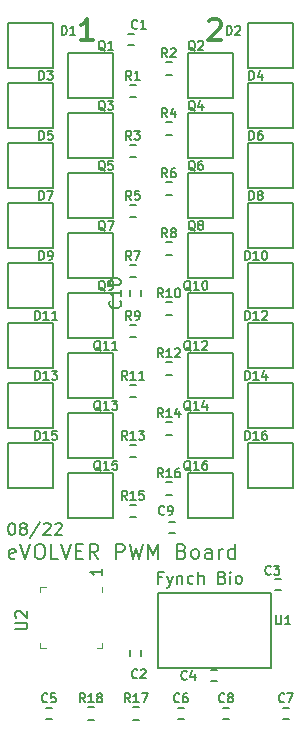
<source format=gbr>
%TF.GenerationSoftware,KiCad,Pcbnew,(6.0.7-1)-1*%
%TF.CreationDate,2022-09-01T15:03:24-04:00*%
%TF.ProjectId,eVolver_pwm,65566f6c-7665-4725-9f70-776d2e6b6963,rev?*%
%TF.SameCoordinates,Original*%
%TF.FileFunction,Legend,Top*%
%TF.FilePolarity,Positive*%
%FSLAX46Y46*%
G04 Gerber Fmt 4.6, Leading zero omitted, Abs format (unit mm)*
G04 Created by KiCad (PCBNEW (6.0.7-1)-1) date 2022-09-01 15:03:24*
%MOMM*%
%LPD*%
G01*
G04 APERTURE LIST*
%ADD10C,0.190500*%
%ADD11C,0.300000*%
%ADD12C,0.203200*%
%ADD13C,0.127000*%
%ADD14C,0.150000*%
%ADD15C,0.120000*%
G04 APERTURE END LIST*
D10*
X158356753Y-114061119D02*
X158453515Y-114061119D01*
X158550277Y-114109500D01*
X158598658Y-114157880D01*
X158647039Y-114254642D01*
X158695420Y-114448166D01*
X158695420Y-114690071D01*
X158647039Y-114883595D01*
X158598658Y-114980357D01*
X158550277Y-115028738D01*
X158453515Y-115077119D01*
X158356753Y-115077119D01*
X158259991Y-115028738D01*
X158211610Y-114980357D01*
X158163229Y-114883595D01*
X158114848Y-114690071D01*
X158114848Y-114448166D01*
X158163229Y-114254642D01*
X158211610Y-114157880D01*
X158259991Y-114109500D01*
X158356753Y-114061119D01*
X159275991Y-114496547D02*
X159179229Y-114448166D01*
X159130848Y-114399785D01*
X159082467Y-114303023D01*
X159082467Y-114254642D01*
X159130848Y-114157880D01*
X159179229Y-114109500D01*
X159275991Y-114061119D01*
X159469515Y-114061119D01*
X159566277Y-114109500D01*
X159614658Y-114157880D01*
X159663039Y-114254642D01*
X159663039Y-114303023D01*
X159614658Y-114399785D01*
X159566277Y-114448166D01*
X159469515Y-114496547D01*
X159275991Y-114496547D01*
X159179229Y-114544928D01*
X159130848Y-114593309D01*
X159082467Y-114690071D01*
X159082467Y-114883595D01*
X159130848Y-114980357D01*
X159179229Y-115028738D01*
X159275991Y-115077119D01*
X159469515Y-115077119D01*
X159566277Y-115028738D01*
X159614658Y-114980357D01*
X159663039Y-114883595D01*
X159663039Y-114690071D01*
X159614658Y-114593309D01*
X159566277Y-114544928D01*
X159469515Y-114496547D01*
X160824182Y-114012738D02*
X159953325Y-115319023D01*
X161114467Y-114157880D02*
X161162848Y-114109500D01*
X161259610Y-114061119D01*
X161501515Y-114061119D01*
X161598277Y-114109500D01*
X161646658Y-114157880D01*
X161695039Y-114254642D01*
X161695039Y-114351404D01*
X161646658Y-114496547D01*
X161066086Y-115077119D01*
X161695039Y-115077119D01*
X162082086Y-114157880D02*
X162130467Y-114109500D01*
X162227229Y-114061119D01*
X162469134Y-114061119D01*
X162565896Y-114109500D01*
X162614277Y-114157880D01*
X162662658Y-114254642D01*
X162662658Y-114351404D01*
X162614277Y-114496547D01*
X162033705Y-115077119D01*
X162662658Y-115077119D01*
D11*
X165290500Y-73194333D02*
X164274500Y-73194333D01*
X164782500Y-73194333D02*
X164782500Y-71416333D01*
X164613166Y-71670333D01*
X164443833Y-71839666D01*
X164274500Y-71924333D01*
D12*
X158715770Y-117036547D02*
X158594818Y-117097023D01*
X158352913Y-117097023D01*
X158231960Y-117036547D01*
X158171484Y-116915595D01*
X158171484Y-116431785D01*
X158231960Y-116310833D01*
X158352913Y-116250357D01*
X158594818Y-116250357D01*
X158715770Y-116310833D01*
X158776246Y-116431785D01*
X158776246Y-116552738D01*
X158171484Y-116673690D01*
X159139103Y-115827023D02*
X159562437Y-117097023D01*
X159985770Y-115827023D01*
X160651008Y-115827023D02*
X160892913Y-115827023D01*
X161013865Y-115887500D01*
X161134818Y-116008452D01*
X161195294Y-116250357D01*
X161195294Y-116673690D01*
X161134818Y-116915595D01*
X161013865Y-117036547D01*
X160892913Y-117097023D01*
X160651008Y-117097023D01*
X160530056Y-117036547D01*
X160409103Y-116915595D01*
X160348627Y-116673690D01*
X160348627Y-116250357D01*
X160409103Y-116008452D01*
X160530056Y-115887500D01*
X160651008Y-115827023D01*
X162344341Y-117097023D02*
X161739580Y-117097023D01*
X161739580Y-115827023D01*
X162586246Y-115827023D02*
X163009580Y-117097023D01*
X163432913Y-115827023D01*
X163856246Y-116431785D02*
X164279580Y-116431785D01*
X164461008Y-117097023D02*
X163856246Y-117097023D01*
X163856246Y-115827023D01*
X164461008Y-115827023D01*
X165731008Y-117097023D02*
X165307675Y-116492261D01*
X165005294Y-117097023D02*
X165005294Y-115827023D01*
X165489103Y-115827023D01*
X165610056Y-115887500D01*
X165670532Y-115947976D01*
X165731008Y-116068928D01*
X165731008Y-116250357D01*
X165670532Y-116371309D01*
X165610056Y-116431785D01*
X165489103Y-116492261D01*
X165005294Y-116492261D01*
X167242913Y-117097023D02*
X167242913Y-115827023D01*
X167726722Y-115827023D01*
X167847675Y-115887500D01*
X167908151Y-115947976D01*
X167968627Y-116068928D01*
X167968627Y-116250357D01*
X167908151Y-116371309D01*
X167847675Y-116431785D01*
X167726722Y-116492261D01*
X167242913Y-116492261D01*
X168391960Y-115827023D02*
X168694341Y-117097023D01*
X168936246Y-116189880D01*
X169178151Y-117097023D01*
X169480532Y-115827023D01*
X169964341Y-117097023D02*
X169964341Y-115827023D01*
X170387675Y-116734166D01*
X170811008Y-115827023D01*
X170811008Y-117097023D01*
X172806722Y-116431785D02*
X172988151Y-116492261D01*
X173048627Y-116552738D01*
X173109103Y-116673690D01*
X173109103Y-116855119D01*
X173048627Y-116976071D01*
X172988151Y-117036547D01*
X172867199Y-117097023D01*
X172383389Y-117097023D01*
X172383389Y-115827023D01*
X172806722Y-115827023D01*
X172927675Y-115887500D01*
X172988151Y-115947976D01*
X173048627Y-116068928D01*
X173048627Y-116189880D01*
X172988151Y-116310833D01*
X172927675Y-116371309D01*
X172806722Y-116431785D01*
X172383389Y-116431785D01*
X173834818Y-117097023D02*
X173713865Y-117036547D01*
X173653389Y-116976071D01*
X173592913Y-116855119D01*
X173592913Y-116492261D01*
X173653389Y-116371309D01*
X173713865Y-116310833D01*
X173834818Y-116250357D01*
X174016246Y-116250357D01*
X174137199Y-116310833D01*
X174197675Y-116371309D01*
X174258151Y-116492261D01*
X174258151Y-116855119D01*
X174197675Y-116976071D01*
X174137199Y-117036547D01*
X174016246Y-117097023D01*
X173834818Y-117097023D01*
X175346722Y-117097023D02*
X175346722Y-116431785D01*
X175286246Y-116310833D01*
X175165294Y-116250357D01*
X174923389Y-116250357D01*
X174802437Y-116310833D01*
X175346722Y-117036547D02*
X175225770Y-117097023D01*
X174923389Y-117097023D01*
X174802437Y-117036547D01*
X174741960Y-116915595D01*
X174741960Y-116794642D01*
X174802437Y-116673690D01*
X174923389Y-116613214D01*
X175225770Y-116613214D01*
X175346722Y-116552738D01*
X175951484Y-117097023D02*
X175951484Y-116250357D01*
X175951484Y-116492261D02*
X176011960Y-116371309D01*
X176072437Y-116310833D01*
X176193389Y-116250357D01*
X176314341Y-116250357D01*
X177281960Y-117097023D02*
X177281960Y-115827023D01*
X177281960Y-117036547D02*
X177161008Y-117097023D01*
X176919103Y-117097023D01*
X176798151Y-117036547D01*
X176737675Y-116976071D01*
X176677199Y-116855119D01*
X176677199Y-116492261D01*
X176737675Y-116371309D01*
X176798151Y-116310833D01*
X176919103Y-116250357D01*
X177161008Y-116250357D01*
X177281960Y-116310833D01*
X171114357Y-118672428D02*
X170775690Y-118672428D01*
X170775690Y-119204619D02*
X170775690Y-118188619D01*
X171259500Y-118188619D01*
X171549785Y-118527285D02*
X171791690Y-119204619D01*
X172033595Y-118527285D02*
X171791690Y-119204619D01*
X171694928Y-119446523D01*
X171646547Y-119494904D01*
X171549785Y-119543285D01*
X172420642Y-118527285D02*
X172420642Y-119204619D01*
X172420642Y-118624047D02*
X172469023Y-118575666D01*
X172565785Y-118527285D01*
X172710928Y-118527285D01*
X172807690Y-118575666D01*
X172856071Y-118672428D01*
X172856071Y-119204619D01*
X173775309Y-119156238D02*
X173678547Y-119204619D01*
X173485023Y-119204619D01*
X173388261Y-119156238D01*
X173339880Y-119107857D01*
X173291500Y-119011095D01*
X173291500Y-118720809D01*
X173339880Y-118624047D01*
X173388261Y-118575666D01*
X173485023Y-118527285D01*
X173678547Y-118527285D01*
X173775309Y-118575666D01*
X174210738Y-119204619D02*
X174210738Y-118188619D01*
X174646166Y-119204619D02*
X174646166Y-118672428D01*
X174597785Y-118575666D01*
X174501023Y-118527285D01*
X174355880Y-118527285D01*
X174259119Y-118575666D01*
X174210738Y-118624047D01*
X176242738Y-118672428D02*
X176387880Y-118720809D01*
X176436261Y-118769190D01*
X176484642Y-118865952D01*
X176484642Y-119011095D01*
X176436261Y-119107857D01*
X176387880Y-119156238D01*
X176291119Y-119204619D01*
X175904071Y-119204619D01*
X175904071Y-118188619D01*
X176242738Y-118188619D01*
X176339500Y-118237000D01*
X176387880Y-118285380D01*
X176436261Y-118382142D01*
X176436261Y-118478904D01*
X176387880Y-118575666D01*
X176339500Y-118624047D01*
X176242738Y-118672428D01*
X175904071Y-118672428D01*
X176920071Y-119204619D02*
X176920071Y-118527285D01*
X176920071Y-118188619D02*
X176871690Y-118237000D01*
X176920071Y-118285380D01*
X176968452Y-118237000D01*
X176920071Y-118188619D01*
X176920071Y-118285380D01*
X177549023Y-119204619D02*
X177452261Y-119156238D01*
X177403880Y-119107857D01*
X177355500Y-119011095D01*
X177355500Y-118720809D01*
X177403880Y-118624047D01*
X177452261Y-118575666D01*
X177549023Y-118527285D01*
X177694166Y-118527285D01*
X177790928Y-118575666D01*
X177839309Y-118624047D01*
X177887690Y-118720809D01*
X177887690Y-119011095D01*
X177839309Y-119107857D01*
X177790928Y-119156238D01*
X177694166Y-119204619D01*
X177549023Y-119204619D01*
D11*
X175069500Y-71585666D02*
X175154166Y-71501000D01*
X175323500Y-71416333D01*
X175746833Y-71416333D01*
X175916166Y-71501000D01*
X176000833Y-71585666D01*
X176085500Y-71755000D01*
X176085500Y-71924333D01*
X176000833Y-72178333D01*
X174984833Y-73194333D01*
X176085500Y-73194333D01*
D13*
%TO.C,C1*%
X169037000Y-72154142D02*
X169000714Y-72190428D01*
X168891857Y-72226714D01*
X168819285Y-72226714D01*
X168710428Y-72190428D01*
X168637857Y-72117857D01*
X168601571Y-72045285D01*
X168565285Y-71900142D01*
X168565285Y-71791285D01*
X168601571Y-71646142D01*
X168637857Y-71573571D01*
X168710428Y-71501000D01*
X168819285Y-71464714D01*
X168891857Y-71464714D01*
X169000714Y-71501000D01*
X169037000Y-71537285D01*
X169762714Y-72226714D02*
X169327285Y-72226714D01*
X169545000Y-72226714D02*
X169545000Y-71464714D01*
X169472428Y-71573571D01*
X169399857Y-71646142D01*
X169327285Y-71682428D01*
%TO.C,C2*%
X169037000Y-127145142D02*
X169000714Y-127181428D01*
X168891857Y-127217714D01*
X168819285Y-127217714D01*
X168710428Y-127181428D01*
X168637857Y-127108857D01*
X168601571Y-127036285D01*
X168565285Y-126891142D01*
X168565285Y-126782285D01*
X168601571Y-126637142D01*
X168637857Y-126564571D01*
X168710428Y-126492000D01*
X168819285Y-126455714D01*
X168891857Y-126455714D01*
X169000714Y-126492000D01*
X169037000Y-126528285D01*
X169327285Y-126528285D02*
X169363571Y-126492000D01*
X169436142Y-126455714D01*
X169617571Y-126455714D01*
X169690142Y-126492000D01*
X169726428Y-126528285D01*
X169762714Y-126600857D01*
X169762714Y-126673428D01*
X169726428Y-126782285D01*
X169291000Y-127217714D01*
X169762714Y-127217714D01*
%TO.C,C3*%
X180340000Y-118382142D02*
X180303714Y-118418428D01*
X180194857Y-118454714D01*
X180122285Y-118454714D01*
X180013428Y-118418428D01*
X179940857Y-118345857D01*
X179904571Y-118273285D01*
X179868285Y-118128142D01*
X179868285Y-118019285D01*
X179904571Y-117874142D01*
X179940857Y-117801571D01*
X180013428Y-117729000D01*
X180122285Y-117692714D01*
X180194857Y-117692714D01*
X180303714Y-117729000D01*
X180340000Y-117765285D01*
X180594000Y-117692714D02*
X181065714Y-117692714D01*
X180811714Y-117983000D01*
X180920571Y-117983000D01*
X180993142Y-118019285D01*
X181029428Y-118055571D01*
X181065714Y-118128142D01*
X181065714Y-118309571D01*
X181029428Y-118382142D01*
X180993142Y-118418428D01*
X180920571Y-118454714D01*
X180702857Y-118454714D01*
X180630285Y-118418428D01*
X180594000Y-118382142D01*
%TO.C,C4*%
X173228000Y-127272142D02*
X173191714Y-127308428D01*
X173082857Y-127344714D01*
X173010285Y-127344714D01*
X172901428Y-127308428D01*
X172828857Y-127235857D01*
X172792571Y-127163285D01*
X172756285Y-127018142D01*
X172756285Y-126909285D01*
X172792571Y-126764142D01*
X172828857Y-126691571D01*
X172901428Y-126619000D01*
X173010285Y-126582714D01*
X173082857Y-126582714D01*
X173191714Y-126619000D01*
X173228000Y-126655285D01*
X173881142Y-126836714D02*
X173881142Y-127344714D01*
X173699714Y-126546428D02*
X173518285Y-127090714D01*
X173990000Y-127090714D01*
%TO.C,R1*%
X168529000Y-76544714D02*
X168275000Y-76181857D01*
X168093571Y-76544714D02*
X168093571Y-75782714D01*
X168383857Y-75782714D01*
X168456428Y-75819000D01*
X168492714Y-75855285D01*
X168529000Y-75927857D01*
X168529000Y-76036714D01*
X168492714Y-76109285D01*
X168456428Y-76145571D01*
X168383857Y-76181857D01*
X168093571Y-76181857D01*
X169254714Y-76544714D02*
X168819285Y-76544714D01*
X169037000Y-76544714D02*
X169037000Y-75782714D01*
X168964428Y-75891571D01*
X168891857Y-75964142D01*
X168819285Y-76000428D01*
%TO.C,R2*%
X171577000Y-74639714D02*
X171323000Y-74276857D01*
X171141571Y-74639714D02*
X171141571Y-73877714D01*
X171431857Y-73877714D01*
X171504428Y-73914000D01*
X171540714Y-73950285D01*
X171577000Y-74022857D01*
X171577000Y-74131714D01*
X171540714Y-74204285D01*
X171504428Y-74240571D01*
X171431857Y-74276857D01*
X171141571Y-74276857D01*
X171867285Y-73950285D02*
X171903571Y-73914000D01*
X171976142Y-73877714D01*
X172157571Y-73877714D01*
X172230142Y-73914000D01*
X172266428Y-73950285D01*
X172302714Y-74022857D01*
X172302714Y-74095428D01*
X172266428Y-74204285D01*
X171831000Y-74639714D01*
X172302714Y-74639714D01*
%TO.C,R3*%
X168529000Y-81624714D02*
X168275000Y-81261857D01*
X168093571Y-81624714D02*
X168093571Y-80862714D01*
X168383857Y-80862714D01*
X168456428Y-80899000D01*
X168492714Y-80935285D01*
X168529000Y-81007857D01*
X168529000Y-81116714D01*
X168492714Y-81189285D01*
X168456428Y-81225571D01*
X168383857Y-81261857D01*
X168093571Y-81261857D01*
X168783000Y-80862714D02*
X169254714Y-80862714D01*
X169000714Y-81153000D01*
X169109571Y-81153000D01*
X169182142Y-81189285D01*
X169218428Y-81225571D01*
X169254714Y-81298142D01*
X169254714Y-81479571D01*
X169218428Y-81552142D01*
X169182142Y-81588428D01*
X169109571Y-81624714D01*
X168891857Y-81624714D01*
X168819285Y-81588428D01*
X168783000Y-81552142D01*
%TO.C,R4*%
X171577000Y-79719714D02*
X171323000Y-79356857D01*
X171141571Y-79719714D02*
X171141571Y-78957714D01*
X171431857Y-78957714D01*
X171504428Y-78994000D01*
X171540714Y-79030285D01*
X171577000Y-79102857D01*
X171577000Y-79211714D01*
X171540714Y-79284285D01*
X171504428Y-79320571D01*
X171431857Y-79356857D01*
X171141571Y-79356857D01*
X172230142Y-79211714D02*
X172230142Y-79719714D01*
X172048714Y-78921428D02*
X171867285Y-79465714D01*
X172339000Y-79465714D01*
%TO.C,R5*%
X168529000Y-86704714D02*
X168275000Y-86341857D01*
X168093571Y-86704714D02*
X168093571Y-85942714D01*
X168383857Y-85942714D01*
X168456428Y-85979000D01*
X168492714Y-86015285D01*
X168529000Y-86087857D01*
X168529000Y-86196714D01*
X168492714Y-86269285D01*
X168456428Y-86305571D01*
X168383857Y-86341857D01*
X168093571Y-86341857D01*
X169218428Y-85942714D02*
X168855571Y-85942714D01*
X168819285Y-86305571D01*
X168855571Y-86269285D01*
X168928142Y-86233000D01*
X169109571Y-86233000D01*
X169182142Y-86269285D01*
X169218428Y-86305571D01*
X169254714Y-86378142D01*
X169254714Y-86559571D01*
X169218428Y-86632142D01*
X169182142Y-86668428D01*
X169109571Y-86704714D01*
X168928142Y-86704714D01*
X168855571Y-86668428D01*
X168819285Y-86632142D01*
%TO.C,R6*%
X171577000Y-84799714D02*
X171323000Y-84436857D01*
X171141571Y-84799714D02*
X171141571Y-84037714D01*
X171431857Y-84037714D01*
X171504428Y-84074000D01*
X171540714Y-84110285D01*
X171577000Y-84182857D01*
X171577000Y-84291714D01*
X171540714Y-84364285D01*
X171504428Y-84400571D01*
X171431857Y-84436857D01*
X171141571Y-84436857D01*
X172230142Y-84037714D02*
X172085000Y-84037714D01*
X172012428Y-84074000D01*
X171976142Y-84110285D01*
X171903571Y-84219142D01*
X171867285Y-84364285D01*
X171867285Y-84654571D01*
X171903571Y-84727142D01*
X171939857Y-84763428D01*
X172012428Y-84799714D01*
X172157571Y-84799714D01*
X172230142Y-84763428D01*
X172266428Y-84727142D01*
X172302714Y-84654571D01*
X172302714Y-84473142D01*
X172266428Y-84400571D01*
X172230142Y-84364285D01*
X172157571Y-84328000D01*
X172012428Y-84328000D01*
X171939857Y-84364285D01*
X171903571Y-84400571D01*
X171867285Y-84473142D01*
%TO.C,R7*%
X168529000Y-91784714D02*
X168275000Y-91421857D01*
X168093571Y-91784714D02*
X168093571Y-91022714D01*
X168383857Y-91022714D01*
X168456428Y-91059000D01*
X168492714Y-91095285D01*
X168529000Y-91167857D01*
X168529000Y-91276714D01*
X168492714Y-91349285D01*
X168456428Y-91385571D01*
X168383857Y-91421857D01*
X168093571Y-91421857D01*
X168783000Y-91022714D02*
X169291000Y-91022714D01*
X168964428Y-91784714D01*
%TO.C,R8*%
X171577000Y-89879714D02*
X171323000Y-89516857D01*
X171141571Y-89879714D02*
X171141571Y-89117714D01*
X171431857Y-89117714D01*
X171504428Y-89154000D01*
X171540714Y-89190285D01*
X171577000Y-89262857D01*
X171577000Y-89371714D01*
X171540714Y-89444285D01*
X171504428Y-89480571D01*
X171431857Y-89516857D01*
X171141571Y-89516857D01*
X172012428Y-89444285D02*
X171939857Y-89408000D01*
X171903571Y-89371714D01*
X171867285Y-89299142D01*
X171867285Y-89262857D01*
X171903571Y-89190285D01*
X171939857Y-89154000D01*
X172012428Y-89117714D01*
X172157571Y-89117714D01*
X172230142Y-89154000D01*
X172266428Y-89190285D01*
X172302714Y-89262857D01*
X172302714Y-89299142D01*
X172266428Y-89371714D01*
X172230142Y-89408000D01*
X172157571Y-89444285D01*
X172012428Y-89444285D01*
X171939857Y-89480571D01*
X171903571Y-89516857D01*
X171867285Y-89589428D01*
X171867285Y-89734571D01*
X171903571Y-89807142D01*
X171939857Y-89843428D01*
X172012428Y-89879714D01*
X172157571Y-89879714D01*
X172230142Y-89843428D01*
X172266428Y-89807142D01*
X172302714Y-89734571D01*
X172302714Y-89589428D01*
X172266428Y-89516857D01*
X172230142Y-89480571D01*
X172157571Y-89444285D01*
%TO.C,R9*%
X168529000Y-96864714D02*
X168275000Y-96501857D01*
X168093571Y-96864714D02*
X168093571Y-96102714D01*
X168383857Y-96102714D01*
X168456428Y-96139000D01*
X168492714Y-96175285D01*
X168529000Y-96247857D01*
X168529000Y-96356714D01*
X168492714Y-96429285D01*
X168456428Y-96465571D01*
X168383857Y-96501857D01*
X168093571Y-96501857D01*
X168891857Y-96864714D02*
X169037000Y-96864714D01*
X169109571Y-96828428D01*
X169145857Y-96792142D01*
X169218428Y-96683285D01*
X169254714Y-96538142D01*
X169254714Y-96247857D01*
X169218428Y-96175285D01*
X169182142Y-96139000D01*
X169109571Y-96102714D01*
X168964428Y-96102714D01*
X168891857Y-96139000D01*
X168855571Y-96175285D01*
X168819285Y-96247857D01*
X168819285Y-96429285D01*
X168855571Y-96501857D01*
X168891857Y-96538142D01*
X168964428Y-96574428D01*
X169109571Y-96574428D01*
X169182142Y-96538142D01*
X169218428Y-96501857D01*
X169254714Y-96429285D01*
%TO.C,R10*%
X171214142Y-94959714D02*
X170960142Y-94596857D01*
X170778714Y-94959714D02*
X170778714Y-94197714D01*
X171069000Y-94197714D01*
X171141571Y-94234000D01*
X171177857Y-94270285D01*
X171214142Y-94342857D01*
X171214142Y-94451714D01*
X171177857Y-94524285D01*
X171141571Y-94560571D01*
X171069000Y-94596857D01*
X170778714Y-94596857D01*
X171939857Y-94959714D02*
X171504428Y-94959714D01*
X171722142Y-94959714D02*
X171722142Y-94197714D01*
X171649571Y-94306571D01*
X171577000Y-94379142D01*
X171504428Y-94415428D01*
X172411571Y-94197714D02*
X172484142Y-94197714D01*
X172556714Y-94234000D01*
X172593000Y-94270285D01*
X172629285Y-94342857D01*
X172665571Y-94488000D01*
X172665571Y-94669428D01*
X172629285Y-94814571D01*
X172593000Y-94887142D01*
X172556714Y-94923428D01*
X172484142Y-94959714D01*
X172411571Y-94959714D01*
X172339000Y-94923428D01*
X172302714Y-94887142D01*
X172266428Y-94814571D01*
X172230142Y-94669428D01*
X172230142Y-94488000D01*
X172266428Y-94342857D01*
X172302714Y-94270285D01*
X172339000Y-94234000D01*
X172411571Y-94197714D01*
%TO.C,R11*%
X168166142Y-101944714D02*
X167912142Y-101581857D01*
X167730714Y-101944714D02*
X167730714Y-101182714D01*
X168021000Y-101182714D01*
X168093571Y-101219000D01*
X168129857Y-101255285D01*
X168166142Y-101327857D01*
X168166142Y-101436714D01*
X168129857Y-101509285D01*
X168093571Y-101545571D01*
X168021000Y-101581857D01*
X167730714Y-101581857D01*
X168891857Y-101944714D02*
X168456428Y-101944714D01*
X168674142Y-101944714D02*
X168674142Y-101182714D01*
X168601571Y-101291571D01*
X168529000Y-101364142D01*
X168456428Y-101400428D01*
X169617571Y-101944714D02*
X169182142Y-101944714D01*
X169399857Y-101944714D02*
X169399857Y-101182714D01*
X169327285Y-101291571D01*
X169254714Y-101364142D01*
X169182142Y-101400428D01*
%TO.C,R12*%
X171214142Y-100039714D02*
X170960142Y-99676857D01*
X170778714Y-100039714D02*
X170778714Y-99277714D01*
X171069000Y-99277714D01*
X171141571Y-99314000D01*
X171177857Y-99350285D01*
X171214142Y-99422857D01*
X171214142Y-99531714D01*
X171177857Y-99604285D01*
X171141571Y-99640571D01*
X171069000Y-99676857D01*
X170778714Y-99676857D01*
X171939857Y-100039714D02*
X171504428Y-100039714D01*
X171722142Y-100039714D02*
X171722142Y-99277714D01*
X171649571Y-99386571D01*
X171577000Y-99459142D01*
X171504428Y-99495428D01*
X172230142Y-99350285D02*
X172266428Y-99314000D01*
X172339000Y-99277714D01*
X172520428Y-99277714D01*
X172593000Y-99314000D01*
X172629285Y-99350285D01*
X172665571Y-99422857D01*
X172665571Y-99495428D01*
X172629285Y-99604285D01*
X172193857Y-100039714D01*
X172665571Y-100039714D01*
%TO.C,R13*%
X168166142Y-107024714D02*
X167912142Y-106661857D01*
X167730714Y-107024714D02*
X167730714Y-106262714D01*
X168021000Y-106262714D01*
X168093571Y-106299000D01*
X168129857Y-106335285D01*
X168166142Y-106407857D01*
X168166142Y-106516714D01*
X168129857Y-106589285D01*
X168093571Y-106625571D01*
X168021000Y-106661857D01*
X167730714Y-106661857D01*
X168891857Y-107024714D02*
X168456428Y-107024714D01*
X168674142Y-107024714D02*
X168674142Y-106262714D01*
X168601571Y-106371571D01*
X168529000Y-106444142D01*
X168456428Y-106480428D01*
X169145857Y-106262714D02*
X169617571Y-106262714D01*
X169363571Y-106553000D01*
X169472428Y-106553000D01*
X169545000Y-106589285D01*
X169581285Y-106625571D01*
X169617571Y-106698142D01*
X169617571Y-106879571D01*
X169581285Y-106952142D01*
X169545000Y-106988428D01*
X169472428Y-107024714D01*
X169254714Y-107024714D01*
X169182142Y-106988428D01*
X169145857Y-106952142D01*
%TO.C,R14*%
X171214142Y-105119714D02*
X170960142Y-104756857D01*
X170778714Y-105119714D02*
X170778714Y-104357714D01*
X171069000Y-104357714D01*
X171141571Y-104394000D01*
X171177857Y-104430285D01*
X171214142Y-104502857D01*
X171214142Y-104611714D01*
X171177857Y-104684285D01*
X171141571Y-104720571D01*
X171069000Y-104756857D01*
X170778714Y-104756857D01*
X171939857Y-105119714D02*
X171504428Y-105119714D01*
X171722142Y-105119714D02*
X171722142Y-104357714D01*
X171649571Y-104466571D01*
X171577000Y-104539142D01*
X171504428Y-104575428D01*
X172593000Y-104611714D02*
X172593000Y-105119714D01*
X172411571Y-104321428D02*
X172230142Y-104865714D01*
X172701857Y-104865714D01*
%TO.C,R15*%
X168166142Y-112104714D02*
X167912142Y-111741857D01*
X167730714Y-112104714D02*
X167730714Y-111342714D01*
X168021000Y-111342714D01*
X168093571Y-111379000D01*
X168129857Y-111415285D01*
X168166142Y-111487857D01*
X168166142Y-111596714D01*
X168129857Y-111669285D01*
X168093571Y-111705571D01*
X168021000Y-111741857D01*
X167730714Y-111741857D01*
X168891857Y-112104714D02*
X168456428Y-112104714D01*
X168674142Y-112104714D02*
X168674142Y-111342714D01*
X168601571Y-111451571D01*
X168529000Y-111524142D01*
X168456428Y-111560428D01*
X169581285Y-111342714D02*
X169218428Y-111342714D01*
X169182142Y-111705571D01*
X169218428Y-111669285D01*
X169291000Y-111633000D01*
X169472428Y-111633000D01*
X169545000Y-111669285D01*
X169581285Y-111705571D01*
X169617571Y-111778142D01*
X169617571Y-111959571D01*
X169581285Y-112032142D01*
X169545000Y-112068428D01*
X169472428Y-112104714D01*
X169291000Y-112104714D01*
X169218428Y-112068428D01*
X169182142Y-112032142D01*
%TO.C,R16*%
X171214142Y-110199714D02*
X170960142Y-109836857D01*
X170778714Y-110199714D02*
X170778714Y-109437714D01*
X171069000Y-109437714D01*
X171141571Y-109474000D01*
X171177857Y-109510285D01*
X171214142Y-109582857D01*
X171214142Y-109691714D01*
X171177857Y-109764285D01*
X171141571Y-109800571D01*
X171069000Y-109836857D01*
X170778714Y-109836857D01*
X171939857Y-110199714D02*
X171504428Y-110199714D01*
X171722142Y-110199714D02*
X171722142Y-109437714D01*
X171649571Y-109546571D01*
X171577000Y-109619142D01*
X171504428Y-109655428D01*
X172593000Y-109437714D02*
X172447857Y-109437714D01*
X172375285Y-109474000D01*
X172339000Y-109510285D01*
X172266428Y-109619142D01*
X172230142Y-109764285D01*
X172230142Y-110054571D01*
X172266428Y-110127142D01*
X172302714Y-110163428D01*
X172375285Y-110199714D01*
X172520428Y-110199714D01*
X172593000Y-110163428D01*
X172629285Y-110127142D01*
X172665571Y-110054571D01*
X172665571Y-109873142D01*
X172629285Y-109800571D01*
X172593000Y-109764285D01*
X172520428Y-109728000D01*
X172375285Y-109728000D01*
X172302714Y-109764285D01*
X172266428Y-109800571D01*
X172230142Y-109873142D01*
%TO.C,R17*%
X168420142Y-129249714D02*
X168166142Y-128886857D01*
X167984714Y-129249714D02*
X167984714Y-128487714D01*
X168275000Y-128487714D01*
X168347571Y-128524000D01*
X168383857Y-128560285D01*
X168420142Y-128632857D01*
X168420142Y-128741714D01*
X168383857Y-128814285D01*
X168347571Y-128850571D01*
X168275000Y-128886857D01*
X167984714Y-128886857D01*
X169145857Y-129249714D02*
X168710428Y-129249714D01*
X168928142Y-129249714D02*
X168928142Y-128487714D01*
X168855571Y-128596571D01*
X168783000Y-128669142D01*
X168710428Y-128705428D01*
X169399857Y-128487714D02*
X169907857Y-128487714D01*
X169581285Y-129249714D01*
%TO.C,U1*%
X180775428Y-121883714D02*
X180775428Y-122500571D01*
X180811714Y-122573142D01*
X180848000Y-122609428D01*
X180920571Y-122645714D01*
X181065714Y-122645714D01*
X181138285Y-122609428D01*
X181174571Y-122573142D01*
X181210857Y-122500571D01*
X181210857Y-121883714D01*
X181972857Y-122645714D02*
X181537428Y-122645714D01*
X181755142Y-122645714D02*
X181755142Y-121883714D01*
X181682571Y-121992571D01*
X181610000Y-122065142D01*
X181537428Y-122101428D01*
%TO.C,D1*%
X162632571Y-72734714D02*
X162632571Y-71972714D01*
X162814000Y-71972714D01*
X162922857Y-72009000D01*
X162995428Y-72081571D01*
X163031714Y-72154142D01*
X163068000Y-72299285D01*
X163068000Y-72408142D01*
X163031714Y-72553285D01*
X162995428Y-72625857D01*
X162922857Y-72698428D01*
X162814000Y-72734714D01*
X162632571Y-72734714D01*
X163793714Y-72734714D02*
X163358285Y-72734714D01*
X163576000Y-72734714D02*
X163576000Y-71972714D01*
X163503428Y-72081571D01*
X163430857Y-72154142D01*
X163358285Y-72190428D01*
%TO.C,D2*%
X176602571Y-72734714D02*
X176602571Y-71972714D01*
X176784000Y-71972714D01*
X176892857Y-72009000D01*
X176965428Y-72081571D01*
X177001714Y-72154142D01*
X177038000Y-72299285D01*
X177038000Y-72408142D01*
X177001714Y-72553285D01*
X176965428Y-72625857D01*
X176892857Y-72698428D01*
X176784000Y-72734714D01*
X176602571Y-72734714D01*
X177328285Y-72045285D02*
X177364571Y-72009000D01*
X177437142Y-71972714D01*
X177618571Y-71972714D01*
X177691142Y-72009000D01*
X177727428Y-72045285D01*
X177763714Y-72117857D01*
X177763714Y-72190428D01*
X177727428Y-72299285D01*
X177292000Y-72734714D01*
X177763714Y-72734714D01*
%TO.C,D3*%
X160727571Y-76544714D02*
X160727571Y-75782714D01*
X160909000Y-75782714D01*
X161017857Y-75819000D01*
X161090428Y-75891571D01*
X161126714Y-75964142D01*
X161163000Y-76109285D01*
X161163000Y-76218142D01*
X161126714Y-76363285D01*
X161090428Y-76435857D01*
X161017857Y-76508428D01*
X160909000Y-76544714D01*
X160727571Y-76544714D01*
X161417000Y-75782714D02*
X161888714Y-75782714D01*
X161634714Y-76073000D01*
X161743571Y-76073000D01*
X161816142Y-76109285D01*
X161852428Y-76145571D01*
X161888714Y-76218142D01*
X161888714Y-76399571D01*
X161852428Y-76472142D01*
X161816142Y-76508428D01*
X161743571Y-76544714D01*
X161525857Y-76544714D01*
X161453285Y-76508428D01*
X161417000Y-76472142D01*
%TO.C,D5*%
X160727571Y-81624714D02*
X160727571Y-80862714D01*
X160909000Y-80862714D01*
X161017857Y-80899000D01*
X161090428Y-80971571D01*
X161126714Y-81044142D01*
X161163000Y-81189285D01*
X161163000Y-81298142D01*
X161126714Y-81443285D01*
X161090428Y-81515857D01*
X161017857Y-81588428D01*
X160909000Y-81624714D01*
X160727571Y-81624714D01*
X161852428Y-80862714D02*
X161489571Y-80862714D01*
X161453285Y-81225571D01*
X161489571Y-81189285D01*
X161562142Y-81153000D01*
X161743571Y-81153000D01*
X161816142Y-81189285D01*
X161852428Y-81225571D01*
X161888714Y-81298142D01*
X161888714Y-81479571D01*
X161852428Y-81552142D01*
X161816142Y-81588428D01*
X161743571Y-81624714D01*
X161562142Y-81624714D01*
X161489571Y-81588428D01*
X161453285Y-81552142D01*
%TO.C,D6*%
X178507571Y-81624714D02*
X178507571Y-80862714D01*
X178689000Y-80862714D01*
X178797857Y-80899000D01*
X178870428Y-80971571D01*
X178906714Y-81044142D01*
X178943000Y-81189285D01*
X178943000Y-81298142D01*
X178906714Y-81443285D01*
X178870428Y-81515857D01*
X178797857Y-81588428D01*
X178689000Y-81624714D01*
X178507571Y-81624714D01*
X179596142Y-80862714D02*
X179451000Y-80862714D01*
X179378428Y-80899000D01*
X179342142Y-80935285D01*
X179269571Y-81044142D01*
X179233285Y-81189285D01*
X179233285Y-81479571D01*
X179269571Y-81552142D01*
X179305857Y-81588428D01*
X179378428Y-81624714D01*
X179523571Y-81624714D01*
X179596142Y-81588428D01*
X179632428Y-81552142D01*
X179668714Y-81479571D01*
X179668714Y-81298142D01*
X179632428Y-81225571D01*
X179596142Y-81189285D01*
X179523571Y-81153000D01*
X179378428Y-81153000D01*
X179305857Y-81189285D01*
X179269571Y-81225571D01*
X179233285Y-81298142D01*
%TO.C,D7*%
X160727571Y-86704714D02*
X160727571Y-85942714D01*
X160909000Y-85942714D01*
X161017857Y-85979000D01*
X161090428Y-86051571D01*
X161126714Y-86124142D01*
X161163000Y-86269285D01*
X161163000Y-86378142D01*
X161126714Y-86523285D01*
X161090428Y-86595857D01*
X161017857Y-86668428D01*
X160909000Y-86704714D01*
X160727571Y-86704714D01*
X161417000Y-85942714D02*
X161925000Y-85942714D01*
X161598428Y-86704714D01*
%TO.C,D8*%
X178507571Y-86704714D02*
X178507571Y-85942714D01*
X178689000Y-85942714D01*
X178797857Y-85979000D01*
X178870428Y-86051571D01*
X178906714Y-86124142D01*
X178943000Y-86269285D01*
X178943000Y-86378142D01*
X178906714Y-86523285D01*
X178870428Y-86595857D01*
X178797857Y-86668428D01*
X178689000Y-86704714D01*
X178507571Y-86704714D01*
X179378428Y-86269285D02*
X179305857Y-86233000D01*
X179269571Y-86196714D01*
X179233285Y-86124142D01*
X179233285Y-86087857D01*
X179269571Y-86015285D01*
X179305857Y-85979000D01*
X179378428Y-85942714D01*
X179523571Y-85942714D01*
X179596142Y-85979000D01*
X179632428Y-86015285D01*
X179668714Y-86087857D01*
X179668714Y-86124142D01*
X179632428Y-86196714D01*
X179596142Y-86233000D01*
X179523571Y-86269285D01*
X179378428Y-86269285D01*
X179305857Y-86305571D01*
X179269571Y-86341857D01*
X179233285Y-86414428D01*
X179233285Y-86559571D01*
X179269571Y-86632142D01*
X179305857Y-86668428D01*
X179378428Y-86704714D01*
X179523571Y-86704714D01*
X179596142Y-86668428D01*
X179632428Y-86632142D01*
X179668714Y-86559571D01*
X179668714Y-86414428D01*
X179632428Y-86341857D01*
X179596142Y-86305571D01*
X179523571Y-86269285D01*
%TO.C,D9*%
X160727571Y-91784714D02*
X160727571Y-91022714D01*
X160909000Y-91022714D01*
X161017857Y-91059000D01*
X161090428Y-91131571D01*
X161126714Y-91204142D01*
X161163000Y-91349285D01*
X161163000Y-91458142D01*
X161126714Y-91603285D01*
X161090428Y-91675857D01*
X161017857Y-91748428D01*
X160909000Y-91784714D01*
X160727571Y-91784714D01*
X161525857Y-91784714D02*
X161671000Y-91784714D01*
X161743571Y-91748428D01*
X161779857Y-91712142D01*
X161852428Y-91603285D01*
X161888714Y-91458142D01*
X161888714Y-91167857D01*
X161852428Y-91095285D01*
X161816142Y-91059000D01*
X161743571Y-91022714D01*
X161598428Y-91022714D01*
X161525857Y-91059000D01*
X161489571Y-91095285D01*
X161453285Y-91167857D01*
X161453285Y-91349285D01*
X161489571Y-91421857D01*
X161525857Y-91458142D01*
X161598428Y-91494428D01*
X161743571Y-91494428D01*
X161816142Y-91458142D01*
X161852428Y-91421857D01*
X161888714Y-91349285D01*
%TO.C,D10*%
X178144714Y-91784714D02*
X178144714Y-91022714D01*
X178326142Y-91022714D01*
X178435000Y-91059000D01*
X178507571Y-91131571D01*
X178543857Y-91204142D01*
X178580142Y-91349285D01*
X178580142Y-91458142D01*
X178543857Y-91603285D01*
X178507571Y-91675857D01*
X178435000Y-91748428D01*
X178326142Y-91784714D01*
X178144714Y-91784714D01*
X179305857Y-91784714D02*
X178870428Y-91784714D01*
X179088142Y-91784714D02*
X179088142Y-91022714D01*
X179015571Y-91131571D01*
X178943000Y-91204142D01*
X178870428Y-91240428D01*
X179777571Y-91022714D02*
X179850142Y-91022714D01*
X179922714Y-91059000D01*
X179959000Y-91095285D01*
X179995285Y-91167857D01*
X180031571Y-91313000D01*
X180031571Y-91494428D01*
X179995285Y-91639571D01*
X179959000Y-91712142D01*
X179922714Y-91748428D01*
X179850142Y-91784714D01*
X179777571Y-91784714D01*
X179705000Y-91748428D01*
X179668714Y-91712142D01*
X179632428Y-91639571D01*
X179596142Y-91494428D01*
X179596142Y-91313000D01*
X179632428Y-91167857D01*
X179668714Y-91095285D01*
X179705000Y-91059000D01*
X179777571Y-91022714D01*
%TO.C,D11*%
X160364714Y-96864714D02*
X160364714Y-96102714D01*
X160546142Y-96102714D01*
X160655000Y-96139000D01*
X160727571Y-96211571D01*
X160763857Y-96284142D01*
X160800142Y-96429285D01*
X160800142Y-96538142D01*
X160763857Y-96683285D01*
X160727571Y-96755857D01*
X160655000Y-96828428D01*
X160546142Y-96864714D01*
X160364714Y-96864714D01*
X161525857Y-96864714D02*
X161090428Y-96864714D01*
X161308142Y-96864714D02*
X161308142Y-96102714D01*
X161235571Y-96211571D01*
X161163000Y-96284142D01*
X161090428Y-96320428D01*
X162251571Y-96864714D02*
X161816142Y-96864714D01*
X162033857Y-96864714D02*
X162033857Y-96102714D01*
X161961285Y-96211571D01*
X161888714Y-96284142D01*
X161816142Y-96320428D01*
%TO.C,D12*%
X178144714Y-96864714D02*
X178144714Y-96102714D01*
X178326142Y-96102714D01*
X178435000Y-96139000D01*
X178507571Y-96211571D01*
X178543857Y-96284142D01*
X178580142Y-96429285D01*
X178580142Y-96538142D01*
X178543857Y-96683285D01*
X178507571Y-96755857D01*
X178435000Y-96828428D01*
X178326142Y-96864714D01*
X178144714Y-96864714D01*
X179305857Y-96864714D02*
X178870428Y-96864714D01*
X179088142Y-96864714D02*
X179088142Y-96102714D01*
X179015571Y-96211571D01*
X178943000Y-96284142D01*
X178870428Y-96320428D01*
X179596142Y-96175285D02*
X179632428Y-96139000D01*
X179705000Y-96102714D01*
X179886428Y-96102714D01*
X179959000Y-96139000D01*
X179995285Y-96175285D01*
X180031571Y-96247857D01*
X180031571Y-96320428D01*
X179995285Y-96429285D01*
X179559857Y-96864714D01*
X180031571Y-96864714D01*
%TO.C,D13*%
X160364714Y-101944714D02*
X160364714Y-101182714D01*
X160546142Y-101182714D01*
X160655000Y-101219000D01*
X160727571Y-101291571D01*
X160763857Y-101364142D01*
X160800142Y-101509285D01*
X160800142Y-101618142D01*
X160763857Y-101763285D01*
X160727571Y-101835857D01*
X160655000Y-101908428D01*
X160546142Y-101944714D01*
X160364714Y-101944714D01*
X161525857Y-101944714D02*
X161090428Y-101944714D01*
X161308142Y-101944714D02*
X161308142Y-101182714D01*
X161235571Y-101291571D01*
X161163000Y-101364142D01*
X161090428Y-101400428D01*
X161779857Y-101182714D02*
X162251571Y-101182714D01*
X161997571Y-101473000D01*
X162106428Y-101473000D01*
X162179000Y-101509285D01*
X162215285Y-101545571D01*
X162251571Y-101618142D01*
X162251571Y-101799571D01*
X162215285Y-101872142D01*
X162179000Y-101908428D01*
X162106428Y-101944714D01*
X161888714Y-101944714D01*
X161816142Y-101908428D01*
X161779857Y-101872142D01*
%TO.C,D15*%
X160364714Y-107024714D02*
X160364714Y-106262714D01*
X160546142Y-106262714D01*
X160655000Y-106299000D01*
X160727571Y-106371571D01*
X160763857Y-106444142D01*
X160800142Y-106589285D01*
X160800142Y-106698142D01*
X160763857Y-106843285D01*
X160727571Y-106915857D01*
X160655000Y-106988428D01*
X160546142Y-107024714D01*
X160364714Y-107024714D01*
X161525857Y-107024714D02*
X161090428Y-107024714D01*
X161308142Y-107024714D02*
X161308142Y-106262714D01*
X161235571Y-106371571D01*
X161163000Y-106444142D01*
X161090428Y-106480428D01*
X162215285Y-106262714D02*
X161852428Y-106262714D01*
X161816142Y-106625571D01*
X161852428Y-106589285D01*
X161925000Y-106553000D01*
X162106428Y-106553000D01*
X162179000Y-106589285D01*
X162215285Y-106625571D01*
X162251571Y-106698142D01*
X162251571Y-106879571D01*
X162215285Y-106952142D01*
X162179000Y-106988428D01*
X162106428Y-107024714D01*
X161925000Y-107024714D01*
X161852428Y-106988428D01*
X161816142Y-106952142D01*
%TO.C,D16*%
X178144714Y-107024714D02*
X178144714Y-106262714D01*
X178326142Y-106262714D01*
X178435000Y-106299000D01*
X178507571Y-106371571D01*
X178543857Y-106444142D01*
X178580142Y-106589285D01*
X178580142Y-106698142D01*
X178543857Y-106843285D01*
X178507571Y-106915857D01*
X178435000Y-106988428D01*
X178326142Y-107024714D01*
X178144714Y-107024714D01*
X179305857Y-107024714D02*
X178870428Y-107024714D01*
X179088142Y-107024714D02*
X179088142Y-106262714D01*
X179015571Y-106371571D01*
X178943000Y-106444142D01*
X178870428Y-106480428D01*
X179959000Y-106262714D02*
X179813857Y-106262714D01*
X179741285Y-106299000D01*
X179705000Y-106335285D01*
X179632428Y-106444142D01*
X179596142Y-106589285D01*
X179596142Y-106879571D01*
X179632428Y-106952142D01*
X179668714Y-106988428D01*
X179741285Y-107024714D01*
X179886428Y-107024714D01*
X179959000Y-106988428D01*
X179995285Y-106952142D01*
X180031571Y-106879571D01*
X180031571Y-106698142D01*
X179995285Y-106625571D01*
X179959000Y-106589285D01*
X179886428Y-106553000D01*
X179741285Y-106553000D01*
X179668714Y-106589285D01*
X179632428Y-106625571D01*
X179596142Y-106698142D01*
%TO.C,Q1*%
X166297428Y-74077285D02*
X166224857Y-74041000D01*
X166152285Y-73968428D01*
X166043428Y-73859571D01*
X165970857Y-73823285D01*
X165898285Y-73823285D01*
X165934571Y-74004714D02*
X165862000Y-73968428D01*
X165789428Y-73895857D01*
X165753142Y-73750714D01*
X165753142Y-73496714D01*
X165789428Y-73351571D01*
X165862000Y-73279000D01*
X165934571Y-73242714D01*
X166079714Y-73242714D01*
X166152285Y-73279000D01*
X166224857Y-73351571D01*
X166261142Y-73496714D01*
X166261142Y-73750714D01*
X166224857Y-73895857D01*
X166152285Y-73968428D01*
X166079714Y-74004714D01*
X165934571Y-74004714D01*
X166986857Y-74004714D02*
X166551428Y-74004714D01*
X166769142Y-74004714D02*
X166769142Y-73242714D01*
X166696571Y-73351571D01*
X166624000Y-73424142D01*
X166551428Y-73460428D01*
%TO.C,Q2*%
X173917428Y-74077285D02*
X173844857Y-74041000D01*
X173772285Y-73968428D01*
X173663428Y-73859571D01*
X173590857Y-73823285D01*
X173518285Y-73823285D01*
X173554571Y-74004714D02*
X173482000Y-73968428D01*
X173409428Y-73895857D01*
X173373142Y-73750714D01*
X173373142Y-73496714D01*
X173409428Y-73351571D01*
X173482000Y-73279000D01*
X173554571Y-73242714D01*
X173699714Y-73242714D01*
X173772285Y-73279000D01*
X173844857Y-73351571D01*
X173881142Y-73496714D01*
X173881142Y-73750714D01*
X173844857Y-73895857D01*
X173772285Y-73968428D01*
X173699714Y-74004714D01*
X173554571Y-74004714D01*
X174171428Y-73315285D02*
X174207714Y-73279000D01*
X174280285Y-73242714D01*
X174461714Y-73242714D01*
X174534285Y-73279000D01*
X174570571Y-73315285D01*
X174606857Y-73387857D01*
X174606857Y-73460428D01*
X174570571Y-73569285D01*
X174135142Y-74004714D01*
X174606857Y-74004714D01*
%TO.C,Q3*%
X166297428Y-79157285D02*
X166224857Y-79121000D01*
X166152285Y-79048428D01*
X166043428Y-78939571D01*
X165970857Y-78903285D01*
X165898285Y-78903285D01*
X165934571Y-79084714D02*
X165862000Y-79048428D01*
X165789428Y-78975857D01*
X165753142Y-78830714D01*
X165753142Y-78576714D01*
X165789428Y-78431571D01*
X165862000Y-78359000D01*
X165934571Y-78322714D01*
X166079714Y-78322714D01*
X166152285Y-78359000D01*
X166224857Y-78431571D01*
X166261142Y-78576714D01*
X166261142Y-78830714D01*
X166224857Y-78975857D01*
X166152285Y-79048428D01*
X166079714Y-79084714D01*
X165934571Y-79084714D01*
X166515142Y-78322714D02*
X166986857Y-78322714D01*
X166732857Y-78613000D01*
X166841714Y-78613000D01*
X166914285Y-78649285D01*
X166950571Y-78685571D01*
X166986857Y-78758142D01*
X166986857Y-78939571D01*
X166950571Y-79012142D01*
X166914285Y-79048428D01*
X166841714Y-79084714D01*
X166624000Y-79084714D01*
X166551428Y-79048428D01*
X166515142Y-79012142D01*
%TO.C,Q4*%
X173917428Y-79157285D02*
X173844857Y-79121000D01*
X173772285Y-79048428D01*
X173663428Y-78939571D01*
X173590857Y-78903285D01*
X173518285Y-78903285D01*
X173554571Y-79084714D02*
X173482000Y-79048428D01*
X173409428Y-78975857D01*
X173373142Y-78830714D01*
X173373142Y-78576714D01*
X173409428Y-78431571D01*
X173482000Y-78359000D01*
X173554571Y-78322714D01*
X173699714Y-78322714D01*
X173772285Y-78359000D01*
X173844857Y-78431571D01*
X173881142Y-78576714D01*
X173881142Y-78830714D01*
X173844857Y-78975857D01*
X173772285Y-79048428D01*
X173699714Y-79084714D01*
X173554571Y-79084714D01*
X174534285Y-78576714D02*
X174534285Y-79084714D01*
X174352857Y-78286428D02*
X174171428Y-78830714D01*
X174643142Y-78830714D01*
%TO.C,Q5*%
X166297428Y-84237285D02*
X166224857Y-84201000D01*
X166152285Y-84128428D01*
X166043428Y-84019571D01*
X165970857Y-83983285D01*
X165898285Y-83983285D01*
X165934571Y-84164714D02*
X165862000Y-84128428D01*
X165789428Y-84055857D01*
X165753142Y-83910714D01*
X165753142Y-83656714D01*
X165789428Y-83511571D01*
X165862000Y-83439000D01*
X165934571Y-83402714D01*
X166079714Y-83402714D01*
X166152285Y-83439000D01*
X166224857Y-83511571D01*
X166261142Y-83656714D01*
X166261142Y-83910714D01*
X166224857Y-84055857D01*
X166152285Y-84128428D01*
X166079714Y-84164714D01*
X165934571Y-84164714D01*
X166950571Y-83402714D02*
X166587714Y-83402714D01*
X166551428Y-83765571D01*
X166587714Y-83729285D01*
X166660285Y-83693000D01*
X166841714Y-83693000D01*
X166914285Y-83729285D01*
X166950571Y-83765571D01*
X166986857Y-83838142D01*
X166986857Y-84019571D01*
X166950571Y-84092142D01*
X166914285Y-84128428D01*
X166841714Y-84164714D01*
X166660285Y-84164714D01*
X166587714Y-84128428D01*
X166551428Y-84092142D01*
%TO.C,Q6*%
X173917428Y-84237285D02*
X173844857Y-84201000D01*
X173772285Y-84128428D01*
X173663428Y-84019571D01*
X173590857Y-83983285D01*
X173518285Y-83983285D01*
X173554571Y-84164714D02*
X173482000Y-84128428D01*
X173409428Y-84055857D01*
X173373142Y-83910714D01*
X173373142Y-83656714D01*
X173409428Y-83511571D01*
X173482000Y-83439000D01*
X173554571Y-83402714D01*
X173699714Y-83402714D01*
X173772285Y-83439000D01*
X173844857Y-83511571D01*
X173881142Y-83656714D01*
X173881142Y-83910714D01*
X173844857Y-84055857D01*
X173772285Y-84128428D01*
X173699714Y-84164714D01*
X173554571Y-84164714D01*
X174534285Y-83402714D02*
X174389142Y-83402714D01*
X174316571Y-83439000D01*
X174280285Y-83475285D01*
X174207714Y-83584142D01*
X174171428Y-83729285D01*
X174171428Y-84019571D01*
X174207714Y-84092142D01*
X174244000Y-84128428D01*
X174316571Y-84164714D01*
X174461714Y-84164714D01*
X174534285Y-84128428D01*
X174570571Y-84092142D01*
X174606857Y-84019571D01*
X174606857Y-83838142D01*
X174570571Y-83765571D01*
X174534285Y-83729285D01*
X174461714Y-83693000D01*
X174316571Y-83693000D01*
X174244000Y-83729285D01*
X174207714Y-83765571D01*
X174171428Y-83838142D01*
%TO.C,Q7*%
X166297428Y-89317285D02*
X166224857Y-89281000D01*
X166152285Y-89208428D01*
X166043428Y-89099571D01*
X165970857Y-89063285D01*
X165898285Y-89063285D01*
X165934571Y-89244714D02*
X165862000Y-89208428D01*
X165789428Y-89135857D01*
X165753142Y-88990714D01*
X165753142Y-88736714D01*
X165789428Y-88591571D01*
X165862000Y-88519000D01*
X165934571Y-88482714D01*
X166079714Y-88482714D01*
X166152285Y-88519000D01*
X166224857Y-88591571D01*
X166261142Y-88736714D01*
X166261142Y-88990714D01*
X166224857Y-89135857D01*
X166152285Y-89208428D01*
X166079714Y-89244714D01*
X165934571Y-89244714D01*
X166515142Y-88482714D02*
X167023142Y-88482714D01*
X166696571Y-89244714D01*
%TO.C,Q8*%
X173917428Y-89317285D02*
X173844857Y-89281000D01*
X173772285Y-89208428D01*
X173663428Y-89099571D01*
X173590857Y-89063285D01*
X173518285Y-89063285D01*
X173554571Y-89244714D02*
X173482000Y-89208428D01*
X173409428Y-89135857D01*
X173373142Y-88990714D01*
X173373142Y-88736714D01*
X173409428Y-88591571D01*
X173482000Y-88519000D01*
X173554571Y-88482714D01*
X173699714Y-88482714D01*
X173772285Y-88519000D01*
X173844857Y-88591571D01*
X173881142Y-88736714D01*
X173881142Y-88990714D01*
X173844857Y-89135857D01*
X173772285Y-89208428D01*
X173699714Y-89244714D01*
X173554571Y-89244714D01*
X174316571Y-88809285D02*
X174244000Y-88773000D01*
X174207714Y-88736714D01*
X174171428Y-88664142D01*
X174171428Y-88627857D01*
X174207714Y-88555285D01*
X174244000Y-88519000D01*
X174316571Y-88482714D01*
X174461714Y-88482714D01*
X174534285Y-88519000D01*
X174570571Y-88555285D01*
X174606857Y-88627857D01*
X174606857Y-88664142D01*
X174570571Y-88736714D01*
X174534285Y-88773000D01*
X174461714Y-88809285D01*
X174316571Y-88809285D01*
X174244000Y-88845571D01*
X174207714Y-88881857D01*
X174171428Y-88954428D01*
X174171428Y-89099571D01*
X174207714Y-89172142D01*
X174244000Y-89208428D01*
X174316571Y-89244714D01*
X174461714Y-89244714D01*
X174534285Y-89208428D01*
X174570571Y-89172142D01*
X174606857Y-89099571D01*
X174606857Y-88954428D01*
X174570571Y-88881857D01*
X174534285Y-88845571D01*
X174461714Y-88809285D01*
%TO.C,Q9*%
X166297428Y-94397285D02*
X166224857Y-94361000D01*
X166152285Y-94288428D01*
X166043428Y-94179571D01*
X165970857Y-94143285D01*
X165898285Y-94143285D01*
X165934571Y-94324714D02*
X165862000Y-94288428D01*
X165789428Y-94215857D01*
X165753142Y-94070714D01*
X165753142Y-93816714D01*
X165789428Y-93671571D01*
X165862000Y-93599000D01*
X165934571Y-93562714D01*
X166079714Y-93562714D01*
X166152285Y-93599000D01*
X166224857Y-93671571D01*
X166261142Y-93816714D01*
X166261142Y-94070714D01*
X166224857Y-94215857D01*
X166152285Y-94288428D01*
X166079714Y-94324714D01*
X165934571Y-94324714D01*
X166624000Y-94324714D02*
X166769142Y-94324714D01*
X166841714Y-94288428D01*
X166878000Y-94252142D01*
X166950571Y-94143285D01*
X166986857Y-93998142D01*
X166986857Y-93707857D01*
X166950571Y-93635285D01*
X166914285Y-93599000D01*
X166841714Y-93562714D01*
X166696571Y-93562714D01*
X166624000Y-93599000D01*
X166587714Y-93635285D01*
X166551428Y-93707857D01*
X166551428Y-93889285D01*
X166587714Y-93961857D01*
X166624000Y-93998142D01*
X166696571Y-94034428D01*
X166841714Y-94034428D01*
X166914285Y-93998142D01*
X166950571Y-93961857D01*
X166986857Y-93889285D01*
%TO.C,Q10*%
X173554571Y-94397285D02*
X173482000Y-94361000D01*
X173409428Y-94288428D01*
X173300571Y-94179571D01*
X173228000Y-94143285D01*
X173155428Y-94143285D01*
X173191714Y-94324714D02*
X173119142Y-94288428D01*
X173046571Y-94215857D01*
X173010285Y-94070714D01*
X173010285Y-93816714D01*
X173046571Y-93671571D01*
X173119142Y-93599000D01*
X173191714Y-93562714D01*
X173336857Y-93562714D01*
X173409428Y-93599000D01*
X173482000Y-93671571D01*
X173518285Y-93816714D01*
X173518285Y-94070714D01*
X173482000Y-94215857D01*
X173409428Y-94288428D01*
X173336857Y-94324714D01*
X173191714Y-94324714D01*
X174244000Y-94324714D02*
X173808571Y-94324714D01*
X174026285Y-94324714D02*
X174026285Y-93562714D01*
X173953714Y-93671571D01*
X173881142Y-93744142D01*
X173808571Y-93780428D01*
X174715714Y-93562714D02*
X174788285Y-93562714D01*
X174860857Y-93599000D01*
X174897142Y-93635285D01*
X174933428Y-93707857D01*
X174969714Y-93853000D01*
X174969714Y-94034428D01*
X174933428Y-94179571D01*
X174897142Y-94252142D01*
X174860857Y-94288428D01*
X174788285Y-94324714D01*
X174715714Y-94324714D01*
X174643142Y-94288428D01*
X174606857Y-94252142D01*
X174570571Y-94179571D01*
X174534285Y-94034428D01*
X174534285Y-93853000D01*
X174570571Y-93707857D01*
X174606857Y-93635285D01*
X174643142Y-93599000D01*
X174715714Y-93562714D01*
%TO.C,Q11*%
X165934571Y-99477285D02*
X165862000Y-99441000D01*
X165789428Y-99368428D01*
X165680571Y-99259571D01*
X165608000Y-99223285D01*
X165535428Y-99223285D01*
X165571714Y-99404714D02*
X165499142Y-99368428D01*
X165426571Y-99295857D01*
X165390285Y-99150714D01*
X165390285Y-98896714D01*
X165426571Y-98751571D01*
X165499142Y-98679000D01*
X165571714Y-98642714D01*
X165716857Y-98642714D01*
X165789428Y-98679000D01*
X165862000Y-98751571D01*
X165898285Y-98896714D01*
X165898285Y-99150714D01*
X165862000Y-99295857D01*
X165789428Y-99368428D01*
X165716857Y-99404714D01*
X165571714Y-99404714D01*
X166624000Y-99404714D02*
X166188571Y-99404714D01*
X166406285Y-99404714D02*
X166406285Y-98642714D01*
X166333714Y-98751571D01*
X166261142Y-98824142D01*
X166188571Y-98860428D01*
X167349714Y-99404714D02*
X166914285Y-99404714D01*
X167132000Y-99404714D02*
X167132000Y-98642714D01*
X167059428Y-98751571D01*
X166986857Y-98824142D01*
X166914285Y-98860428D01*
%TO.C,Q12*%
X173554571Y-99477285D02*
X173482000Y-99441000D01*
X173409428Y-99368428D01*
X173300571Y-99259571D01*
X173228000Y-99223285D01*
X173155428Y-99223285D01*
X173191714Y-99404714D02*
X173119142Y-99368428D01*
X173046571Y-99295857D01*
X173010285Y-99150714D01*
X173010285Y-98896714D01*
X173046571Y-98751571D01*
X173119142Y-98679000D01*
X173191714Y-98642714D01*
X173336857Y-98642714D01*
X173409428Y-98679000D01*
X173482000Y-98751571D01*
X173518285Y-98896714D01*
X173518285Y-99150714D01*
X173482000Y-99295857D01*
X173409428Y-99368428D01*
X173336857Y-99404714D01*
X173191714Y-99404714D01*
X174244000Y-99404714D02*
X173808571Y-99404714D01*
X174026285Y-99404714D02*
X174026285Y-98642714D01*
X173953714Y-98751571D01*
X173881142Y-98824142D01*
X173808571Y-98860428D01*
X174534285Y-98715285D02*
X174570571Y-98679000D01*
X174643142Y-98642714D01*
X174824571Y-98642714D01*
X174897142Y-98679000D01*
X174933428Y-98715285D01*
X174969714Y-98787857D01*
X174969714Y-98860428D01*
X174933428Y-98969285D01*
X174498000Y-99404714D01*
X174969714Y-99404714D01*
%TO.C,Q13*%
X165934571Y-104557285D02*
X165862000Y-104521000D01*
X165789428Y-104448428D01*
X165680571Y-104339571D01*
X165608000Y-104303285D01*
X165535428Y-104303285D01*
X165571714Y-104484714D02*
X165499142Y-104448428D01*
X165426571Y-104375857D01*
X165390285Y-104230714D01*
X165390285Y-103976714D01*
X165426571Y-103831571D01*
X165499142Y-103759000D01*
X165571714Y-103722714D01*
X165716857Y-103722714D01*
X165789428Y-103759000D01*
X165862000Y-103831571D01*
X165898285Y-103976714D01*
X165898285Y-104230714D01*
X165862000Y-104375857D01*
X165789428Y-104448428D01*
X165716857Y-104484714D01*
X165571714Y-104484714D01*
X166624000Y-104484714D02*
X166188571Y-104484714D01*
X166406285Y-104484714D02*
X166406285Y-103722714D01*
X166333714Y-103831571D01*
X166261142Y-103904142D01*
X166188571Y-103940428D01*
X166878000Y-103722714D02*
X167349714Y-103722714D01*
X167095714Y-104013000D01*
X167204571Y-104013000D01*
X167277142Y-104049285D01*
X167313428Y-104085571D01*
X167349714Y-104158142D01*
X167349714Y-104339571D01*
X167313428Y-104412142D01*
X167277142Y-104448428D01*
X167204571Y-104484714D01*
X166986857Y-104484714D01*
X166914285Y-104448428D01*
X166878000Y-104412142D01*
%TO.C,Q14*%
X173554571Y-104557285D02*
X173482000Y-104521000D01*
X173409428Y-104448428D01*
X173300571Y-104339571D01*
X173228000Y-104303285D01*
X173155428Y-104303285D01*
X173191714Y-104484714D02*
X173119142Y-104448428D01*
X173046571Y-104375857D01*
X173010285Y-104230714D01*
X173010285Y-103976714D01*
X173046571Y-103831571D01*
X173119142Y-103759000D01*
X173191714Y-103722714D01*
X173336857Y-103722714D01*
X173409428Y-103759000D01*
X173482000Y-103831571D01*
X173518285Y-103976714D01*
X173518285Y-104230714D01*
X173482000Y-104375857D01*
X173409428Y-104448428D01*
X173336857Y-104484714D01*
X173191714Y-104484714D01*
X174244000Y-104484714D02*
X173808571Y-104484714D01*
X174026285Y-104484714D02*
X174026285Y-103722714D01*
X173953714Y-103831571D01*
X173881142Y-103904142D01*
X173808571Y-103940428D01*
X174897142Y-103976714D02*
X174897142Y-104484714D01*
X174715714Y-103686428D02*
X174534285Y-104230714D01*
X175006000Y-104230714D01*
%TO.C,Q15*%
X165934571Y-109637285D02*
X165862000Y-109601000D01*
X165789428Y-109528428D01*
X165680571Y-109419571D01*
X165608000Y-109383285D01*
X165535428Y-109383285D01*
X165571714Y-109564714D02*
X165499142Y-109528428D01*
X165426571Y-109455857D01*
X165390285Y-109310714D01*
X165390285Y-109056714D01*
X165426571Y-108911571D01*
X165499142Y-108839000D01*
X165571714Y-108802714D01*
X165716857Y-108802714D01*
X165789428Y-108839000D01*
X165862000Y-108911571D01*
X165898285Y-109056714D01*
X165898285Y-109310714D01*
X165862000Y-109455857D01*
X165789428Y-109528428D01*
X165716857Y-109564714D01*
X165571714Y-109564714D01*
X166624000Y-109564714D02*
X166188571Y-109564714D01*
X166406285Y-109564714D02*
X166406285Y-108802714D01*
X166333714Y-108911571D01*
X166261142Y-108984142D01*
X166188571Y-109020428D01*
X167313428Y-108802714D02*
X166950571Y-108802714D01*
X166914285Y-109165571D01*
X166950571Y-109129285D01*
X167023142Y-109093000D01*
X167204571Y-109093000D01*
X167277142Y-109129285D01*
X167313428Y-109165571D01*
X167349714Y-109238142D01*
X167349714Y-109419571D01*
X167313428Y-109492142D01*
X167277142Y-109528428D01*
X167204571Y-109564714D01*
X167023142Y-109564714D01*
X166950571Y-109528428D01*
X166914285Y-109492142D01*
%TO.C,Q16*%
X173554571Y-109637285D02*
X173482000Y-109601000D01*
X173409428Y-109528428D01*
X173300571Y-109419571D01*
X173228000Y-109383285D01*
X173155428Y-109383285D01*
X173191714Y-109564714D02*
X173119142Y-109528428D01*
X173046571Y-109455857D01*
X173010285Y-109310714D01*
X173010285Y-109056714D01*
X173046571Y-108911571D01*
X173119142Y-108839000D01*
X173191714Y-108802714D01*
X173336857Y-108802714D01*
X173409428Y-108839000D01*
X173482000Y-108911571D01*
X173518285Y-109056714D01*
X173518285Y-109310714D01*
X173482000Y-109455857D01*
X173409428Y-109528428D01*
X173336857Y-109564714D01*
X173191714Y-109564714D01*
X174244000Y-109564714D02*
X173808571Y-109564714D01*
X174026285Y-109564714D02*
X174026285Y-108802714D01*
X173953714Y-108911571D01*
X173881142Y-108984142D01*
X173808571Y-109020428D01*
X174897142Y-108802714D02*
X174752000Y-108802714D01*
X174679428Y-108839000D01*
X174643142Y-108875285D01*
X174570571Y-108984142D01*
X174534285Y-109129285D01*
X174534285Y-109419571D01*
X174570571Y-109492142D01*
X174606857Y-109528428D01*
X174679428Y-109564714D01*
X174824571Y-109564714D01*
X174897142Y-109528428D01*
X174933428Y-109492142D01*
X174969714Y-109419571D01*
X174969714Y-109238142D01*
X174933428Y-109165571D01*
X174897142Y-109129285D01*
X174824571Y-109093000D01*
X174679428Y-109093000D01*
X174606857Y-109129285D01*
X174570571Y-109165571D01*
X174534285Y-109238142D01*
%TO.C,C5*%
X161417000Y-129177142D02*
X161380714Y-129213428D01*
X161271857Y-129249714D01*
X161199285Y-129249714D01*
X161090428Y-129213428D01*
X161017857Y-129140857D01*
X160981571Y-129068285D01*
X160945285Y-128923142D01*
X160945285Y-128814285D01*
X160981571Y-128669142D01*
X161017857Y-128596571D01*
X161090428Y-128524000D01*
X161199285Y-128487714D01*
X161271857Y-128487714D01*
X161380714Y-128524000D01*
X161417000Y-128560285D01*
X162106428Y-128487714D02*
X161743571Y-128487714D01*
X161707285Y-128850571D01*
X161743571Y-128814285D01*
X161816142Y-128778000D01*
X161997571Y-128778000D01*
X162070142Y-128814285D01*
X162106428Y-128850571D01*
X162142714Y-128923142D01*
X162142714Y-129104571D01*
X162106428Y-129177142D01*
X162070142Y-129213428D01*
X161997571Y-129249714D01*
X161816142Y-129249714D01*
X161743571Y-129213428D01*
X161707285Y-129177142D01*
%TO.C,D4*%
X178507571Y-76544714D02*
X178507571Y-75782714D01*
X178689000Y-75782714D01*
X178797857Y-75819000D01*
X178870428Y-75891571D01*
X178906714Y-75964142D01*
X178943000Y-76109285D01*
X178943000Y-76218142D01*
X178906714Y-76363285D01*
X178870428Y-76435857D01*
X178797857Y-76508428D01*
X178689000Y-76544714D01*
X178507571Y-76544714D01*
X179596142Y-76036714D02*
X179596142Y-76544714D01*
X179414714Y-75746428D02*
X179233285Y-76290714D01*
X179705000Y-76290714D01*
%TO.C,C6*%
X172593000Y-129177142D02*
X172556714Y-129213428D01*
X172447857Y-129249714D01*
X172375285Y-129249714D01*
X172266428Y-129213428D01*
X172193857Y-129140857D01*
X172157571Y-129068285D01*
X172121285Y-128923142D01*
X172121285Y-128814285D01*
X172157571Y-128669142D01*
X172193857Y-128596571D01*
X172266428Y-128524000D01*
X172375285Y-128487714D01*
X172447857Y-128487714D01*
X172556714Y-128524000D01*
X172593000Y-128560285D01*
X173246142Y-128487714D02*
X173101000Y-128487714D01*
X173028428Y-128524000D01*
X172992142Y-128560285D01*
X172919571Y-128669142D01*
X172883285Y-128814285D01*
X172883285Y-129104571D01*
X172919571Y-129177142D01*
X172955857Y-129213428D01*
X173028428Y-129249714D01*
X173173571Y-129249714D01*
X173246142Y-129213428D01*
X173282428Y-129177142D01*
X173318714Y-129104571D01*
X173318714Y-128923142D01*
X173282428Y-128850571D01*
X173246142Y-128814285D01*
X173173571Y-128778000D01*
X173028428Y-128778000D01*
X172955857Y-128814285D01*
X172919571Y-128850571D01*
X172883285Y-128923142D01*
%TO.C,C7*%
X181483000Y-129177142D02*
X181446714Y-129213428D01*
X181337857Y-129249714D01*
X181265285Y-129249714D01*
X181156428Y-129213428D01*
X181083857Y-129140857D01*
X181047571Y-129068285D01*
X181011285Y-128923142D01*
X181011285Y-128814285D01*
X181047571Y-128669142D01*
X181083857Y-128596571D01*
X181156428Y-128524000D01*
X181265285Y-128487714D01*
X181337857Y-128487714D01*
X181446714Y-128524000D01*
X181483000Y-128560285D01*
X181737000Y-128487714D02*
X182245000Y-128487714D01*
X181918428Y-129249714D01*
%TO.C,C8*%
X176403000Y-129177142D02*
X176366714Y-129213428D01*
X176257857Y-129249714D01*
X176185285Y-129249714D01*
X176076428Y-129213428D01*
X176003857Y-129140857D01*
X175967571Y-129068285D01*
X175931285Y-128923142D01*
X175931285Y-128814285D01*
X175967571Y-128669142D01*
X176003857Y-128596571D01*
X176076428Y-128524000D01*
X176185285Y-128487714D01*
X176257857Y-128487714D01*
X176366714Y-128524000D01*
X176403000Y-128560285D01*
X176838428Y-128814285D02*
X176765857Y-128778000D01*
X176729571Y-128741714D01*
X176693285Y-128669142D01*
X176693285Y-128632857D01*
X176729571Y-128560285D01*
X176765857Y-128524000D01*
X176838428Y-128487714D01*
X176983571Y-128487714D01*
X177056142Y-128524000D01*
X177092428Y-128560285D01*
X177128714Y-128632857D01*
X177128714Y-128669142D01*
X177092428Y-128741714D01*
X177056142Y-128778000D01*
X176983571Y-128814285D01*
X176838428Y-128814285D01*
X176765857Y-128850571D01*
X176729571Y-128886857D01*
X176693285Y-128959428D01*
X176693285Y-129104571D01*
X176729571Y-129177142D01*
X176765857Y-129213428D01*
X176838428Y-129249714D01*
X176983571Y-129249714D01*
X177056142Y-129213428D01*
X177092428Y-129177142D01*
X177128714Y-129104571D01*
X177128714Y-128959428D01*
X177092428Y-128886857D01*
X177056142Y-128850571D01*
X176983571Y-128814285D01*
%TO.C,C9*%
X171323000Y-113302142D02*
X171286714Y-113338428D01*
X171177857Y-113374714D01*
X171105285Y-113374714D01*
X170996428Y-113338428D01*
X170923857Y-113265857D01*
X170887571Y-113193285D01*
X170851285Y-113048142D01*
X170851285Y-112939285D01*
X170887571Y-112794142D01*
X170923857Y-112721571D01*
X170996428Y-112649000D01*
X171105285Y-112612714D01*
X171177857Y-112612714D01*
X171286714Y-112649000D01*
X171323000Y-112685285D01*
X171685857Y-113374714D02*
X171831000Y-113374714D01*
X171903571Y-113338428D01*
X171939857Y-113302142D01*
X172012428Y-113193285D01*
X172048714Y-113048142D01*
X172048714Y-112757857D01*
X172012428Y-112685285D01*
X171976142Y-112649000D01*
X171903571Y-112612714D01*
X171758428Y-112612714D01*
X171685857Y-112649000D01*
X171649571Y-112685285D01*
X171613285Y-112757857D01*
X171613285Y-112939285D01*
X171649571Y-113011857D01*
X171685857Y-113048142D01*
X171758428Y-113084428D01*
X171903571Y-113084428D01*
X171976142Y-113048142D01*
X172012428Y-113011857D01*
X172048714Y-112939285D01*
%TO.C,D14*%
X178144714Y-101944714D02*
X178144714Y-101182714D01*
X178326142Y-101182714D01*
X178435000Y-101219000D01*
X178507571Y-101291571D01*
X178543857Y-101364142D01*
X178580142Y-101509285D01*
X178580142Y-101618142D01*
X178543857Y-101763285D01*
X178507571Y-101835857D01*
X178435000Y-101908428D01*
X178326142Y-101944714D01*
X178144714Y-101944714D01*
X179305857Y-101944714D02*
X178870428Y-101944714D01*
X179088142Y-101944714D02*
X179088142Y-101182714D01*
X179015571Y-101291571D01*
X178943000Y-101364142D01*
X178870428Y-101400428D01*
X179959000Y-101436714D02*
X179959000Y-101944714D01*
X179777571Y-101146428D02*
X179596142Y-101690714D01*
X180067857Y-101690714D01*
%TO.C,R18*%
X164610142Y-129249714D02*
X164356142Y-128886857D01*
X164174714Y-129249714D02*
X164174714Y-128487714D01*
X164465000Y-128487714D01*
X164537571Y-128524000D01*
X164573857Y-128560285D01*
X164610142Y-128632857D01*
X164610142Y-128741714D01*
X164573857Y-128814285D01*
X164537571Y-128850571D01*
X164465000Y-128886857D01*
X164174714Y-128886857D01*
X165335857Y-129249714D02*
X164900428Y-129249714D01*
X165118142Y-129249714D02*
X165118142Y-128487714D01*
X165045571Y-128596571D01*
X164973000Y-128669142D01*
X164900428Y-128705428D01*
X165771285Y-128814285D02*
X165698714Y-128778000D01*
X165662428Y-128741714D01*
X165626142Y-128669142D01*
X165626142Y-128632857D01*
X165662428Y-128560285D01*
X165698714Y-128524000D01*
X165771285Y-128487714D01*
X165916428Y-128487714D01*
X165989000Y-128524000D01*
X166025285Y-128560285D01*
X166061571Y-128632857D01*
X166061571Y-128669142D01*
X166025285Y-128741714D01*
X165989000Y-128778000D01*
X165916428Y-128814285D01*
X165771285Y-128814285D01*
X165698714Y-128850571D01*
X165662428Y-128886857D01*
X165626142Y-128959428D01*
X165626142Y-129104571D01*
X165662428Y-129177142D01*
X165698714Y-129213428D01*
X165771285Y-129249714D01*
X165916428Y-129249714D01*
X165989000Y-129213428D01*
X166025285Y-129177142D01*
X166061571Y-129104571D01*
X166061571Y-128959428D01*
X166025285Y-128886857D01*
X165989000Y-128850571D01*
X165916428Y-128814285D01*
D14*
%TO.C,C10*%
X167567142Y-95257857D02*
X167614761Y-95305476D01*
X167662380Y-95448333D01*
X167662380Y-95543571D01*
X167614761Y-95686428D01*
X167519523Y-95781666D01*
X167424285Y-95829285D01*
X167233809Y-95876904D01*
X167090952Y-95876904D01*
X166900476Y-95829285D01*
X166805238Y-95781666D01*
X166710000Y-95686428D01*
X166662380Y-95543571D01*
X166662380Y-95448333D01*
X166710000Y-95305476D01*
X166757619Y-95257857D01*
X167662380Y-94305476D02*
X167662380Y-94876904D01*
X167662380Y-94591190D02*
X166662380Y-94591190D01*
X166805238Y-94686428D01*
X166900476Y-94781666D01*
X166948095Y-94876904D01*
X166662380Y-93686428D02*
X166662380Y-93591190D01*
X166710000Y-93495952D01*
X166757619Y-93448333D01*
X166852857Y-93400714D01*
X167043333Y-93353095D01*
X167281428Y-93353095D01*
X167471904Y-93400714D01*
X167567142Y-93448333D01*
X167614761Y-93495952D01*
X167662380Y-93591190D01*
X167662380Y-93686428D01*
X167614761Y-93781666D01*
X167567142Y-93829285D01*
X167471904Y-93876904D01*
X167281428Y-93924523D01*
X167043333Y-93924523D01*
X166852857Y-93876904D01*
X166757619Y-93829285D01*
X166710000Y-93781666D01*
X166662380Y-93686428D01*
%TO.C,U2*%
X158710380Y-123062904D02*
X159519904Y-123062904D01*
X159615142Y-123015285D01*
X159662761Y-122967666D01*
X159710380Y-122872428D01*
X159710380Y-122681952D01*
X159662761Y-122586714D01*
X159615142Y-122539095D01*
X159519904Y-122491476D01*
X158710380Y-122491476D01*
X158805619Y-122062904D02*
X158758000Y-122015285D01*
X158710380Y-121920047D01*
X158710380Y-121681952D01*
X158758000Y-121586714D01*
X158805619Y-121539095D01*
X158900857Y-121491476D01*
X158996095Y-121491476D01*
X159138952Y-121539095D01*
X159710380Y-122110523D01*
X159710380Y-121491476D01*
X166070864Y-117925715D02*
X166070864Y-118497144D01*
X166070864Y-118211430D02*
X165070864Y-118211430D01*
X165213722Y-118306668D01*
X165308960Y-118401906D01*
X165356579Y-118497144D01*
%TO.C,C1*%
X168279000Y-73627000D02*
X168779000Y-73627000D01*
X168779000Y-72677000D02*
X168279000Y-72677000D01*
%TO.C,C2*%
X169385000Y-125345000D02*
X169385000Y-124845000D01*
X168435000Y-124845000D02*
X168435000Y-125345000D01*
%TO.C,C3*%
X181225000Y-118778000D02*
X180725000Y-118778000D01*
X180725000Y-119728000D02*
X181225000Y-119728000D01*
%TO.C,C4*%
X175764000Y-126525000D02*
X175264000Y-126525000D01*
X175264000Y-127475000D02*
X175764000Y-127475000D01*
%TO.C,R1*%
X168906000Y-76945000D02*
X168406000Y-76945000D01*
X168406000Y-77995000D02*
X168906000Y-77995000D01*
%TO.C,R2*%
X171454000Y-76090000D02*
X171954000Y-76090000D01*
X171954000Y-75040000D02*
X171454000Y-75040000D01*
%TO.C,R3*%
X168406000Y-83075000D02*
X168906000Y-83075000D01*
X168906000Y-82025000D02*
X168406000Y-82025000D01*
%TO.C,R4*%
X171454000Y-81170000D02*
X171954000Y-81170000D01*
X171954000Y-80120000D02*
X171454000Y-80120000D01*
%TO.C,R5*%
X168906000Y-87105000D02*
X168406000Y-87105000D01*
X168406000Y-88155000D02*
X168906000Y-88155000D01*
%TO.C,R6*%
X171954000Y-85200000D02*
X171454000Y-85200000D01*
X171454000Y-86250000D02*
X171954000Y-86250000D01*
%TO.C,R7*%
X168406000Y-93235000D02*
X168906000Y-93235000D01*
X168906000Y-92185000D02*
X168406000Y-92185000D01*
%TO.C,R8*%
X171954000Y-90280000D02*
X171454000Y-90280000D01*
X171454000Y-91330000D02*
X171954000Y-91330000D01*
%TO.C,R9*%
X168406000Y-98315000D02*
X168906000Y-98315000D01*
X168906000Y-97265000D02*
X168406000Y-97265000D01*
%TO.C,R10*%
X171954000Y-95360000D02*
X171454000Y-95360000D01*
X171454000Y-96410000D02*
X171954000Y-96410000D01*
%TO.C,R11*%
X168906000Y-102345000D02*
X168406000Y-102345000D01*
X168406000Y-103395000D02*
X168906000Y-103395000D01*
%TO.C,R12*%
X171454000Y-101490000D02*
X171954000Y-101490000D01*
X171954000Y-100440000D02*
X171454000Y-100440000D01*
%TO.C,R13*%
X168406000Y-108475000D02*
X168906000Y-108475000D01*
X168906000Y-107425000D02*
X168406000Y-107425000D01*
%TO.C,R14*%
X171954000Y-105520000D02*
X171454000Y-105520000D01*
X171454000Y-106570000D02*
X171954000Y-106570000D01*
%TO.C,R15*%
X168906000Y-112505000D02*
X168406000Y-112505000D01*
X168406000Y-113555000D02*
X168906000Y-113555000D01*
%TO.C,R16*%
X171954000Y-110600000D02*
X171454000Y-110600000D01*
X171454000Y-111650000D02*
X171954000Y-111650000D01*
%TO.C,R17*%
X168660000Y-130700000D02*
X169160000Y-130700000D01*
X169160000Y-129650000D02*
X168660000Y-129650000D01*
%TO.C,U1*%
X180340000Y-126365000D02*
X180340000Y-120015000D01*
X180340000Y-120015000D02*
X170815000Y-120015000D01*
X170815000Y-120015000D02*
X170815000Y-126365000D01*
X170815000Y-126365000D02*
X180340000Y-126365000D01*
%TO.C,D1*%
X161925000Y-71755000D02*
X158115000Y-71755000D01*
X158115000Y-75565000D02*
X161925000Y-75565000D01*
X158115000Y-71755000D02*
X158115000Y-75565000D01*
X161925000Y-75565000D02*
X161925000Y-71755000D01*
%TO.C,D2*%
X182245000Y-71755000D02*
X178435000Y-71755000D01*
X178435000Y-75565000D02*
X182245000Y-75565000D01*
X178435000Y-71755000D02*
X178435000Y-75565000D01*
X182245000Y-75565000D02*
X182245000Y-71755000D01*
%TO.C,D3*%
X158115000Y-80645000D02*
X161925000Y-80645000D01*
X158115000Y-76835000D02*
X158115000Y-80645000D01*
X161925000Y-76835000D02*
X158115000Y-76835000D01*
X161925000Y-80645000D02*
X161925000Y-76835000D01*
%TO.C,D5*%
X161925000Y-81915000D02*
X158115000Y-81915000D01*
X158115000Y-81915000D02*
X158115000Y-85725000D01*
X161925000Y-85725000D02*
X161925000Y-81915000D01*
X158115000Y-85725000D02*
X161925000Y-85725000D01*
%TO.C,D6*%
X178435000Y-85725000D02*
X182245000Y-85725000D01*
X182245000Y-85725000D02*
X182245000Y-81915000D01*
X182245000Y-81915000D02*
X178435000Y-81915000D01*
X178435000Y-81915000D02*
X178435000Y-85725000D01*
%TO.C,D7*%
X161925000Y-86995000D02*
X158115000Y-86995000D01*
X158115000Y-86995000D02*
X158115000Y-90805000D01*
X158115000Y-90805000D02*
X161925000Y-90805000D01*
X161925000Y-90805000D02*
X161925000Y-86995000D01*
%TO.C,D8*%
X178435000Y-90805000D02*
X182245000Y-90805000D01*
X182245000Y-86995000D02*
X178435000Y-86995000D01*
X178435000Y-86995000D02*
X178435000Y-90805000D01*
X182245000Y-90805000D02*
X182245000Y-86995000D01*
%TO.C,D9*%
X161925000Y-92075000D02*
X158115000Y-92075000D01*
X161925000Y-95885000D02*
X161925000Y-92075000D01*
X158115000Y-92075000D02*
X158115000Y-95885000D01*
X158115000Y-95885000D02*
X161925000Y-95885000D01*
%TO.C,D10*%
X182245000Y-95885000D02*
X182245000Y-92075000D01*
X178435000Y-95885000D02*
X182245000Y-95885000D01*
X182245000Y-92075000D02*
X178435000Y-92075000D01*
X178435000Y-92075000D02*
X178435000Y-95885000D01*
%TO.C,D11*%
X161925000Y-100965000D02*
X161925000Y-97155000D01*
X161925000Y-97155000D02*
X158115000Y-97155000D01*
X158115000Y-97155000D02*
X158115000Y-100965000D01*
X158115000Y-100965000D02*
X161925000Y-100965000D01*
%TO.C,D12*%
X178435000Y-100965000D02*
X182245000Y-100965000D01*
X182245000Y-100965000D02*
X182245000Y-97155000D01*
X178435000Y-97155000D02*
X178435000Y-100965000D01*
X182245000Y-97155000D02*
X178435000Y-97155000D01*
%TO.C,D13*%
X161925000Y-102235000D02*
X158115000Y-102235000D01*
X158115000Y-102235000D02*
X158115000Y-106045000D01*
X158115000Y-106045000D02*
X161925000Y-106045000D01*
X161925000Y-106045000D02*
X161925000Y-102235000D01*
%TO.C,D15*%
X161925000Y-107315000D02*
X158115000Y-107315000D01*
X158115000Y-111125000D02*
X161925000Y-111125000D01*
X158115000Y-107315000D02*
X158115000Y-111125000D01*
X161925000Y-111125000D02*
X161925000Y-107315000D01*
%TO.C,D16*%
X182245000Y-111125000D02*
X182245000Y-107315000D01*
X178435000Y-111125000D02*
X182245000Y-111125000D01*
X182245000Y-107315000D02*
X178435000Y-107315000D01*
X178435000Y-107315000D02*
X178435000Y-111125000D01*
%TO.C,Q1*%
X163195000Y-78105000D02*
X167005000Y-78105000D01*
X163195000Y-74295000D02*
X163195000Y-78105000D01*
X167005000Y-78105000D02*
X167005000Y-74295000D01*
X167005000Y-74295000D02*
X163195000Y-74295000D01*
%TO.C,Q2*%
X177165000Y-78105000D02*
X177165000Y-74295000D01*
X177165000Y-74295000D02*
X173355000Y-74295000D01*
X173355000Y-74295000D02*
X173355000Y-78105000D01*
X173355000Y-78105000D02*
X177165000Y-78105000D01*
%TO.C,Q3*%
X167005000Y-79375000D02*
X163195000Y-79375000D01*
X167005000Y-83185000D02*
X167005000Y-79375000D01*
X163195000Y-79375000D02*
X163195000Y-83185000D01*
X163195000Y-83185000D02*
X167005000Y-83185000D01*
%TO.C,Q4*%
X173355000Y-83185000D02*
X177165000Y-83185000D01*
X177165000Y-83185000D02*
X177165000Y-79375000D01*
X173355000Y-79375000D02*
X173355000Y-83185000D01*
X177165000Y-79375000D02*
X173355000Y-79375000D01*
%TO.C,Q5*%
X163195000Y-84455000D02*
X163195000Y-88265000D01*
X167005000Y-84455000D02*
X163195000Y-84455000D01*
X163195000Y-88265000D02*
X167005000Y-88265000D01*
X167005000Y-88265000D02*
X167005000Y-84455000D01*
%TO.C,Q6*%
X177165000Y-84455000D02*
X173355000Y-84455000D01*
X177165000Y-88265000D02*
X177165000Y-84455000D01*
X173355000Y-84455000D02*
X173355000Y-88265000D01*
X173355000Y-88265000D02*
X177165000Y-88265000D01*
%TO.C,Q7*%
X163195000Y-93345000D02*
X167005000Y-93345000D01*
X167005000Y-93345000D02*
X167005000Y-89535000D01*
X167005000Y-89535000D02*
X163195000Y-89535000D01*
X163195000Y-89535000D02*
X163195000Y-93345000D01*
%TO.C,Q8*%
X177165000Y-89535000D02*
X173355000Y-89535000D01*
X177165000Y-93345000D02*
X177165000Y-89535000D01*
X173355000Y-93345000D02*
X177165000Y-93345000D01*
X173355000Y-89535000D02*
X173355000Y-93345000D01*
%TO.C,Q9*%
X163195000Y-94615000D02*
X163195000Y-98425000D01*
X163195000Y-98425000D02*
X167005000Y-98425000D01*
X167005000Y-94615000D02*
X163195000Y-94615000D01*
X167005000Y-98425000D02*
X167005000Y-94615000D01*
%TO.C,Q10*%
X177165000Y-94615000D02*
X173355000Y-94615000D01*
X177165000Y-98425000D02*
X177165000Y-94615000D01*
X173355000Y-98425000D02*
X177165000Y-98425000D01*
X173355000Y-94615000D02*
X173355000Y-98425000D01*
%TO.C,Q11*%
X167005000Y-99695000D02*
X163195000Y-99695000D01*
X167005000Y-103505000D02*
X167005000Y-99695000D01*
X163195000Y-103505000D02*
X167005000Y-103505000D01*
X163195000Y-99695000D02*
X163195000Y-103505000D01*
%TO.C,Q12*%
X173355000Y-99695000D02*
X173355000Y-103505000D01*
X173355000Y-103505000D02*
X177165000Y-103505000D01*
X177165000Y-103505000D02*
X177165000Y-99695000D01*
X177165000Y-99695000D02*
X173355000Y-99695000D01*
%TO.C,Q13*%
X163195000Y-108585000D02*
X167005000Y-108585000D01*
X167005000Y-108585000D02*
X167005000Y-104775000D01*
X163195000Y-104775000D02*
X163195000Y-108585000D01*
X167005000Y-104775000D02*
X163195000Y-104775000D01*
%TO.C,Q14*%
X177165000Y-108585000D02*
X177165000Y-104775000D01*
X177165000Y-104775000D02*
X173355000Y-104775000D01*
X173355000Y-104775000D02*
X173355000Y-108585000D01*
X173355000Y-108585000D02*
X177165000Y-108585000D01*
%TO.C,Q15*%
X163195000Y-109855000D02*
X163195000Y-113665000D01*
X167005000Y-113665000D02*
X167005000Y-109855000D01*
X163195000Y-113665000D02*
X167005000Y-113665000D01*
X167005000Y-109855000D02*
X163195000Y-109855000D01*
%TO.C,Q16*%
X177165000Y-113665000D02*
X177165000Y-109855000D01*
X177165000Y-109855000D02*
X173355000Y-109855000D01*
X173355000Y-113665000D02*
X177165000Y-113665000D01*
X173355000Y-109855000D02*
X173355000Y-113665000D01*
%TO.C,C5*%
X161294000Y-130650000D02*
X161794000Y-130650000D01*
X161794000Y-129700000D02*
X161294000Y-129700000D01*
%TO.C,D4*%
X182245000Y-80645000D02*
X182245000Y-76835000D01*
X178435000Y-80645000D02*
X182245000Y-80645000D01*
X182245000Y-76835000D02*
X178435000Y-76835000D01*
X178435000Y-76835000D02*
X178435000Y-80645000D01*
%TO.C,C6*%
X172470000Y-130650000D02*
X172970000Y-130650000D01*
X172970000Y-129700000D02*
X172470000Y-129700000D01*
%TO.C,C7*%
X181860000Y-129700000D02*
X181360000Y-129700000D01*
X181360000Y-130650000D02*
X181860000Y-130650000D01*
%TO.C,C8*%
X176780000Y-129700000D02*
X176280000Y-129700000D01*
X176280000Y-130650000D02*
X176780000Y-130650000D01*
%TO.C,C9*%
X171708000Y-114902000D02*
X172208000Y-114902000D01*
X172208000Y-113952000D02*
X171708000Y-113952000D01*
%TO.C,D14*%
X182245000Y-102235000D02*
X178435000Y-102235000D01*
X178435000Y-106045000D02*
X182245000Y-106045000D01*
X178435000Y-102235000D02*
X178435000Y-106045000D01*
X182245000Y-106045000D02*
X182245000Y-102235000D01*
%TO.C,R18*%
X165350000Y-129650000D02*
X164850000Y-129650000D01*
X164850000Y-130700000D02*
X165350000Y-130700000D01*
%TO.C,C10*%
X169385000Y-94865000D02*
X169385000Y-94365000D01*
X168435000Y-94365000D02*
X168435000Y-94865000D01*
D15*
%TO.C,U2*%
X160839000Y-119437000D02*
X161314000Y-119437000D01*
X166059000Y-124182000D02*
X166059000Y-124657000D01*
X166059000Y-124657000D02*
X165584000Y-124657000D01*
X166059000Y-119912000D02*
X166059000Y-119437000D01*
X160839000Y-124657000D02*
X161314000Y-124657000D01*
X160839000Y-119912000D02*
X160839000Y-119437000D01*
X160839000Y-124182000D02*
X160839000Y-124657000D01*
%TD*%
M02*

</source>
